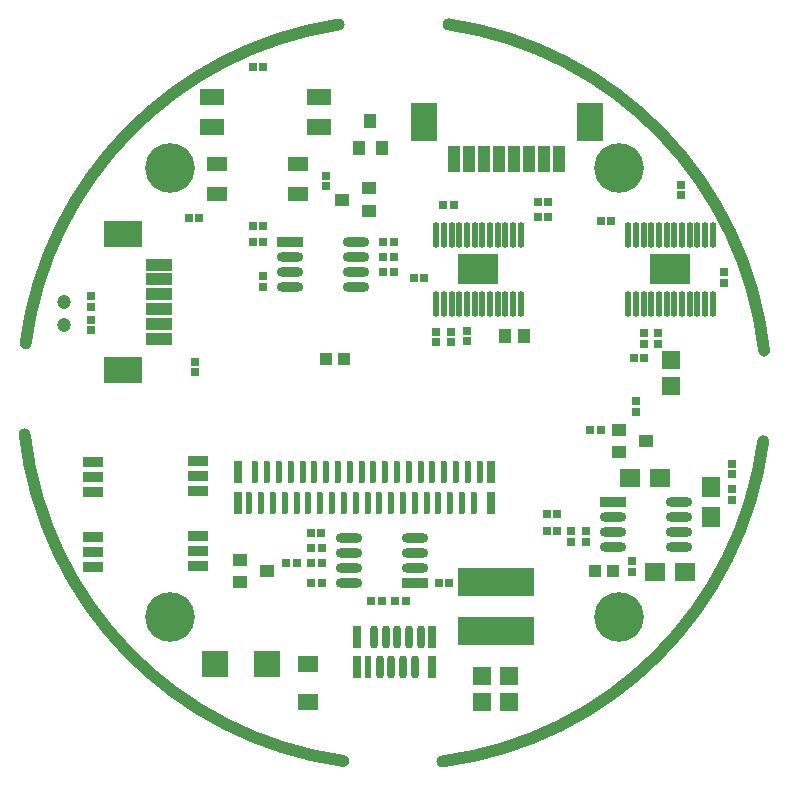
<source format=gts>
G04*
G04 #@! TF.GenerationSoftware,Altium Limited,Altium Designer,20.0.2 (26)*
G04*
G04 Layer_Color=8388736*
%FSLAX44Y44*%
%MOMM*%
G71*
G01*
G75*
%ADD45C,1.0000*%
%ADD46R,1.0922X1.2192*%
%ADD47R,0.8032X0.7032*%
%ADD48R,1.0160X1.0160*%
%ADD49R,1.8034X1.4986*%
%ADD50R,0.7032X0.8032*%
%ADD51R,1.4986X1.8034*%
%ADD52R,1.6002X1.6002*%
%ADD53R,1.8032X1.4032*%
%ADD54R,2.2352X0.8128*%
%ADD55O,2.2352X0.8128*%
%ADD56R,3.4832X2.6032*%
%ADD57O,0.5532X2.2032*%
%ADD58R,1.2700X1.0160*%
%ADD59R,1.0160X1.2700*%
%ADD60R,0.7032X1.9032*%
G04:AMPARAMS|DCode=61|XSize=0.6032mm|YSize=1.9032mm|CornerRadius=0.2016mm|HoleSize=0mm|Usage=FLASHONLY|Rotation=0.000|XOffset=0mm|YOffset=0mm|HoleType=Round|Shape=RoundedRectangle|*
%AMROUNDEDRECTD61*
21,1,0.6032,1.5000,0,0,0.0*
21,1,0.2000,1.9032,0,0,0.0*
1,1,0.4032,0.1000,-0.7500*
1,1,0.4032,-0.1000,-0.7500*
1,1,0.4032,-0.1000,0.7500*
1,1,0.4032,0.1000,0.7500*
%
%ADD61ROUNDEDRECTD61*%
%ADD62R,0.6032X1.9032*%
%ADD63R,2.0032X1.4032*%
%ADD64R,6.5032X2.3532*%
G04:AMPARAMS|DCode=65|XSize=2.2032mm|YSize=2.2032mm|CornerRadius=0mm|HoleSize=0mm|Usage=FLASHONLY|Rotation=0.000|XOffset=0mm|YOffset=0mm|HoleType=Round|Shape=RoundedRectangle|*
%AMROUNDEDRECTD65*
21,1,2.2032,2.2032,0,0,0.0*
21,1,2.2032,2.2032,0,0,0.0*
1,1,0.0000,1.1016,-1.1016*
1,1,0.0000,-1.1016,-1.1016*
1,1,0.0000,-1.1016,1.1016*
1,1,0.0000,1.1016,1.1016*
%
%ADD65ROUNDEDRECTD65*%
%ADD66R,1.0032X2.3032*%
%ADD67R,2.3032X3.2032*%
%ADD68R,1.7232X0.9632*%
%ADD69R,1.8032X1.2032*%
%ADD70R,3.2032X2.3032*%
%ADD71R,2.3032X1.0032*%
G04:AMPARAMS|DCode=72|XSize=0.5232mm|YSize=1.9032mm|CornerRadius=0.1816mm|HoleSize=0mm|Usage=FLASHONLY|Rotation=0.000|XOffset=0mm|YOffset=0mm|HoleType=Round|Shape=RoundedRectangle|*
%AMROUNDEDRECTD72*
21,1,0.5232,1.5400,0,0,0.0*
21,1,0.1600,1.9032,0,0,0.0*
1,1,0.3632,0.0800,-0.7700*
1,1,0.3632,-0.0800,-0.7700*
1,1,0.3632,-0.0800,0.7700*
1,1,0.3632,0.0800,0.7700*
%
%ADD72ROUNDEDRECTD72*%
%ADD73C,1.2032*%
G04:AMPARAMS|DCode=74|XSize=4.2032mm|YSize=4.2032mm|CornerRadius=2.1016mm|HoleSize=0mm|Usage=FLASHONLY|Rotation=0.000|XOffset=0mm|YOffset=0mm|HoleType=Round|Shape=RoundedRectangle|*
%AMROUNDEDRECTD74*
21,1,4.2032,0.0000,0,0,0.0*
21,1,0.0000,4.2032,0,0,0.0*
1,1,4.2032,0.0000,0.0000*
1,1,4.2032,0.0000,0.0000*
1,1,4.2032,0.0000,0.0000*
1,1,4.2032,0.0000,0.0000*
%
%ADD74ROUNDEDRECTD74*%
D45*
X-47227Y311440D02*
G03*
X-312249Y41541I47227J-311440D01*
G01*
X313011Y35340D02*
G03*
X45794Y311653I-313011J-35340D01*
G01*
X-312995Y-35481D02*
G03*
X-43127Y-312034I312995J35481D01*
G01*
X40633Y-312368D02*
G03*
X312278Y-41323I-40633J312368D01*
G01*
D46*
X109923Y47915D02*
D03*
X93921D02*
D03*
D47*
X223520Y41220D02*
D03*
Y50220D02*
D03*
X200901Y-142820D02*
D03*
Y-151820D02*
D03*
X285750Y-69270D02*
D03*
Y-60270D02*
D03*
X149860Y-117420D02*
D03*
Y-126420D02*
D03*
X162560D02*
D03*
Y-117420D02*
D03*
X285750Y-90860D02*
D03*
Y-81860D02*
D03*
X61370Y43415D02*
D03*
Y52415D02*
D03*
X48260Y42490D02*
D03*
Y51490D02*
D03*
X35560Y42414D02*
D03*
Y51414D02*
D03*
X-169075Y16900D02*
D03*
Y25900D02*
D03*
X210930Y41220D02*
D03*
Y50220D02*
D03*
X-111070Y98480D02*
D03*
Y89480D02*
D03*
X204470Y-16375D02*
D03*
Y-7375D02*
D03*
X242570Y166950D02*
D03*
Y175950D02*
D03*
X279400Y102000D02*
D03*
Y93000D02*
D03*
X-57730Y183570D02*
D03*
Y174570D02*
D03*
X-257160Y72500D02*
D03*
Y81500D02*
D03*
Y61650D02*
D03*
Y52650D02*
D03*
D48*
X-42567Y27960D02*
D03*
X-57807D02*
D03*
X169989Y-151130D02*
D03*
X185229D02*
D03*
D49*
X199390Y-72390D02*
D03*
X224790D02*
D03*
X245852Y-151920D02*
D03*
X220452D02*
D03*
D50*
X128850Y-102870D02*
D03*
X137850D02*
D03*
Y-117420D02*
D03*
X128850D02*
D03*
X-9580Y127340D02*
D03*
X-580D02*
D03*
X9580Y-176530D02*
D03*
X580D02*
D03*
X-9580Y101940D02*
D03*
X-580D02*
D03*
X-9580Y114300D02*
D03*
X-580D02*
D03*
X-70461Y-161630D02*
D03*
X-61461D02*
D03*
X-70540Y-144780D02*
D03*
X-61540D02*
D03*
X46370Y-161630D02*
D03*
X37370D02*
D03*
X183760Y144780D02*
D03*
X174760D02*
D03*
X16330Y96520D02*
D03*
X25330D02*
D03*
X211510Y28866D02*
D03*
X202510D02*
D03*
X50220Y158750D02*
D03*
X41220D02*
D03*
X130230Y161290D02*
D03*
X121230D02*
D03*
X130230Y148590D02*
D03*
X121230D02*
D03*
X-111070Y275590D02*
D03*
X-120070D02*
D03*
X-165100Y147320D02*
D03*
X-174100D02*
D03*
X165680Y-31750D02*
D03*
X174680D02*
D03*
X-82440Y-144780D02*
D03*
X-91440D02*
D03*
X-19740Y-176530D02*
D03*
X-10740D02*
D03*
X-61885Y-119380D02*
D03*
X-70885D02*
D03*
X-61540Y-132027D02*
D03*
X-70540D02*
D03*
X-120070Y127340D02*
D03*
X-111070D02*
D03*
Y140970D02*
D03*
X-120070D02*
D03*
D51*
X267970Y-80010D02*
D03*
Y-105410D02*
D03*
D52*
X96922Y-240475D02*
D03*
Y-262065D02*
D03*
X73980Y-240475D02*
D03*
Y-262065D02*
D03*
X233810Y27305D02*
D03*
Y5715D02*
D03*
D53*
X-72730Y-261688D02*
D03*
Y-229688D02*
D03*
D54*
X184860Y-92369D02*
D03*
X-88371Y127340D02*
D03*
X17640Y-161630D02*
D03*
D55*
X184860Y-105070D02*
D03*
Y-117769D02*
D03*
Y-130470D02*
D03*
X240740D02*
D03*
Y-117769D02*
D03*
Y-105070D02*
D03*
Y-92369D02*
D03*
X-32490Y127340D02*
D03*
Y114641D02*
D03*
Y101940D02*
D03*
Y89241D02*
D03*
X-88371D02*
D03*
Y101940D02*
D03*
Y114641D02*
D03*
X-38240Y-161630D02*
D03*
Y-148931D02*
D03*
Y-136230D02*
D03*
Y-123531D02*
D03*
X17640D02*
D03*
Y-136230D02*
D03*
Y-148931D02*
D03*
D56*
X233680Y104140D02*
D03*
X71120D02*
D03*
D57*
X197930Y75140D02*
D03*
X204430D02*
D03*
X197930Y133140D02*
D03*
X204430D02*
D03*
X262930Y75140D02*
D03*
X269430D02*
D03*
X262930Y133140D02*
D03*
X269430D02*
D03*
X256430D02*
D03*
X249930D02*
D03*
X243430D02*
D03*
X236930D02*
D03*
X230430D02*
D03*
X223930D02*
D03*
X217430D02*
D03*
X210930D02*
D03*
X256430Y75140D02*
D03*
X249930D02*
D03*
X243430D02*
D03*
X236930D02*
D03*
X230430D02*
D03*
X223930D02*
D03*
X217430D02*
D03*
X210930D02*
D03*
X48370D02*
D03*
X54870D02*
D03*
X61370D02*
D03*
X67870D02*
D03*
X74370D02*
D03*
X80870D02*
D03*
X87370D02*
D03*
X93870D02*
D03*
X48370Y133140D02*
D03*
X54870D02*
D03*
X61370D02*
D03*
X67870D02*
D03*
X74370D02*
D03*
X80870D02*
D03*
X87370D02*
D03*
X93870D02*
D03*
X106870D02*
D03*
X100370D02*
D03*
X106870Y75140D02*
D03*
X100370D02*
D03*
X41870Y133140D02*
D03*
X35370D02*
D03*
X41870Y75140D02*
D03*
X35370D02*
D03*
D58*
X-107988Y-151079D02*
D03*
X-130924Y-160617D02*
D03*
Y-141542D02*
D03*
X213436Y-41288D02*
D03*
X190500Y-50825D02*
D03*
Y-31750D02*
D03*
X-21287Y153701D02*
D03*
Y172777D02*
D03*
X-44223Y163239D02*
D03*
D59*
X-29908Y206896D02*
D03*
X-10833D02*
D03*
X-20371Y229832D02*
D03*
D60*
X-32000Y-232710D02*
D03*
Y-206710D02*
D03*
X32000D02*
D03*
Y-232710D02*
D03*
X81770Y-67310D02*
D03*
Y-93310D02*
D03*
X-132230D02*
D03*
Y-67310D02*
D03*
D61*
X22500Y-206710D02*
D03*
X12500D02*
D03*
X2500D02*
D03*
X-7500D02*
D03*
X-17500D02*
D03*
X17500Y-232710D02*
D03*
X7500D02*
D03*
X-2500D02*
D03*
X-12500D02*
D03*
D62*
X-22500D02*
D03*
D63*
X-154160Y224833D02*
D03*
Y250233D02*
D03*
X-64160Y250233D02*
D03*
X-64160Y224833D02*
D03*
D64*
X86360Y-202360D02*
D03*
Y-160860D02*
D03*
D65*
X-152216Y-229870D02*
D03*
X-108216D02*
D03*
D66*
X76300Y197860D02*
D03*
X114200D02*
D03*
X101500D02*
D03*
X89000D02*
D03*
X126900D02*
D03*
X139600D02*
D03*
X63600D02*
D03*
X50900D02*
D03*
D67*
X165650Y228860D02*
D03*
X24850D02*
D03*
D68*
X-166370Y-147233D02*
D03*
Y-134550D02*
D03*
Y-121850D02*
D03*
Y-83750D02*
D03*
Y-71050D02*
D03*
Y-58350D02*
D03*
X-255270Y-58490D02*
D03*
Y-71190D02*
D03*
Y-83890D02*
D03*
Y-121990D02*
D03*
Y-134690D02*
D03*
Y-147390D02*
D03*
D69*
X-149860Y167640D02*
D03*
Y193040D02*
D03*
X-81860Y193040D02*
D03*
Y167640D02*
D03*
D70*
X-229970Y19050D02*
D03*
X-229970Y134450D02*
D03*
D71*
X-198970Y45300D02*
D03*
X-198970Y57800D02*
D03*
X-198970Y95700D02*
D03*
X-198970Y108200D02*
D03*
X-198970Y83000D02*
D03*
X-198970Y70500D02*
D03*
D72*
X17270Y-93310D02*
D03*
X27270D02*
D03*
X37270D02*
D03*
X22270Y-67310D02*
D03*
X32270D02*
D03*
X42270D02*
D03*
X72270D02*
D03*
X62270D02*
D03*
X52270D02*
D03*
X67270Y-93310D02*
D03*
X57270D02*
D03*
X47270D02*
D03*
X-42730D02*
D03*
X-32730D02*
D03*
X-22730D02*
D03*
X-12730D02*
D03*
X-2730D02*
D03*
X7270D02*
D03*
X-37730Y-67310D02*
D03*
X-27730D02*
D03*
X-17730D02*
D03*
X-7730D02*
D03*
X2270D02*
D03*
X12270D02*
D03*
X-47730D02*
D03*
X-57730D02*
D03*
X-67730D02*
D03*
X-77730D02*
D03*
X-87730D02*
D03*
X-97730D02*
D03*
X-107730D02*
D03*
X-117730D02*
D03*
X-52730Y-93310D02*
D03*
X-62730D02*
D03*
X-72730D02*
D03*
X-82730D02*
D03*
X-92730D02*
D03*
X-102730D02*
D03*
X-112730D02*
D03*
X-122730D02*
D03*
D73*
X-279400Y57150D02*
D03*
Y76200D02*
D03*
D74*
X-190000Y-190000D02*
D03*
X190000D02*
D03*
Y190000D02*
D03*
X-190000D02*
D03*
M02*

</source>
